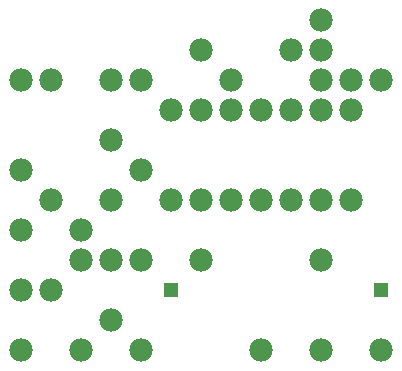
<source format=gbs>
G75*
%MOIN*%
%OFA0B0*%
%FSLAX25Y25*%
%IPPOS*%
%LPD*%
%AMOC8*
5,1,8,0,0,1.08239X$1,22.5*
%
%ADD10C,0.07800*%
%ADD11R,0.04762X0.04762*%
D10*
X0017738Y0055337D03*
X0017738Y0075337D03*
X0027738Y0075337D03*
X0037738Y0085337D03*
X0047738Y0085337D03*
X0057738Y0085337D03*
X0077738Y0085337D03*
X0077738Y0105337D03*
X0087738Y0105337D03*
X0097738Y0105337D03*
X0107738Y0105337D03*
X0117738Y0105337D03*
X0127738Y0105337D03*
X0117738Y0085337D03*
X0117738Y0055337D03*
X0137738Y0055337D03*
X0097738Y0055337D03*
X0057738Y0055337D03*
X0047738Y0065337D03*
X0037738Y0055337D03*
X0037738Y0095337D03*
X0047738Y0105337D03*
X0057738Y0115337D03*
X0067738Y0105337D03*
X0047738Y0125337D03*
X0047738Y0145337D03*
X0057738Y0145337D03*
X0067738Y0135337D03*
X0077738Y0135337D03*
X0087738Y0135337D03*
X0087738Y0145337D03*
X0097738Y0135337D03*
X0107738Y0135337D03*
X0117738Y0135337D03*
X0117738Y0145337D03*
X0127738Y0145337D03*
X0127738Y0135337D03*
X0137738Y0145337D03*
X0117738Y0155337D03*
X0117738Y0165337D03*
X0107738Y0155337D03*
X0077738Y0155337D03*
X0027738Y0145337D03*
X0017738Y0145337D03*
X0017738Y0115337D03*
X0027738Y0105337D03*
X0017738Y0095337D03*
D11*
X0067738Y0075337D03*
X0137738Y0075337D03*
M02*

</source>
